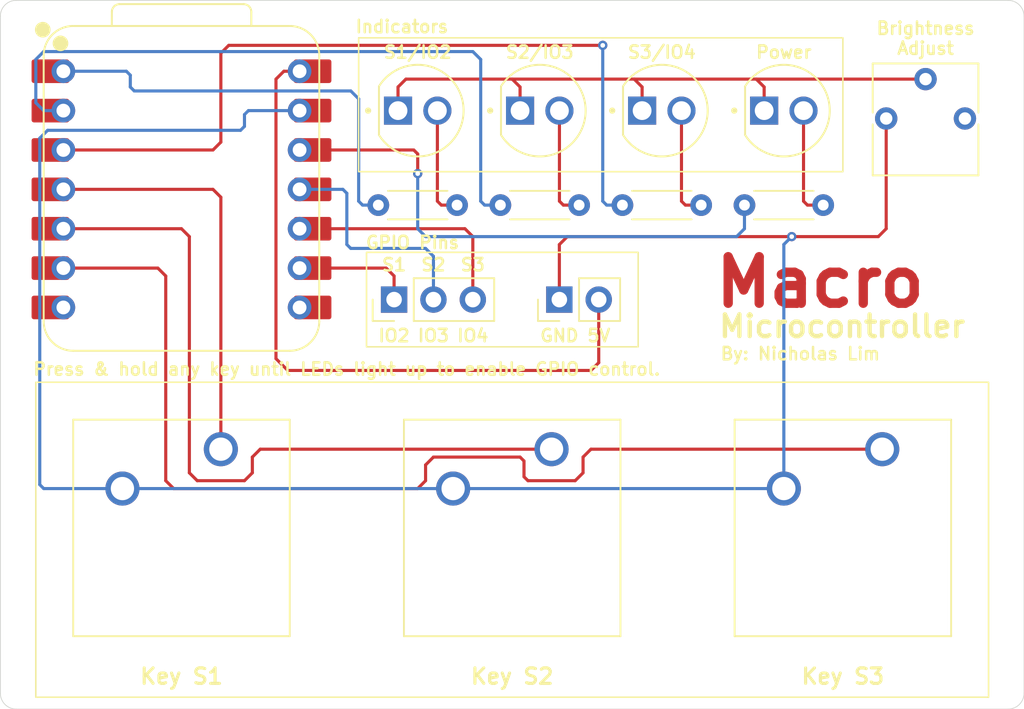
<source format=kicad_pcb>
(kicad_pcb (version 20241229) (generator "pcbnew") (generator_version "9.0")
  (layers (0 "F.Cu" signal) (2 "B.Cu" signal) (13 "F.Paste" user) (15 "B.Paste" user) (5 "F.SilkS" user "F.Silkscreen") (7 "B.SilkS" user "B.Silkscreen") (1 "F.Mask" user) (3 "B.Mask" user) (25 "Edge.Cuts" user))
  (net 0 "")
  (net 1 "GND")
  (net 2 "Net-(D1-PadA)")
  (net 3 "Net-(D2-PadA)")
  (net 4 "Net-(D3-PadA)")
  (net 5 "LED1")
  (net 6 "LED2")
  (net 7 "LED3")
  (net 8 "S1")
  (net 9 "S2")
  (net 10 "S3")
  (net 11 "+5V")
  (net 14 "Net-(D4-PadA)")
  (net 15 "IO3")
  (net 16 "IO4")
  (net 17 "IO2")
  (net 18 "Power")
  (net 19 "Adjusted GND")
  (footprint "footprints:LEDRD254W57D500H1070" (layer "F.Cu") (at 139.954 72.644)
    (property "Reference" "D2" (hide yes))
    (property "Value" "L08R5000Q1")
    (fp_line (start -2.5 -1.566) (end -2.5 1.566) (stroke (width 0.127)) (layer "F.SilkS"))
    (fp_arc (start -2.5 -1.566) (mid 2.961291 0) (end -2.5 1.566) (stroke (width 0.127)) (layer "F.SilkS"))
    (fp_circle (center -3.2 0) (end -3.1 0) (stroke (width 0.2)) (fill no) (layer "F.SilkS"))
    (pad "A" thru_hole circle (at 1.27 0) (size 1.815 1.815) (drill 1.21) (layers "*.Cu" "*.Mask") (net 3 "Net-(D2-PadA)"))
    (pad "C" thru_hole rect (at -1.27 0) (size 1.815 1.815) (drill 1.21) (layers "*.Cu" "*.Mask") (net 19 "Adjusted GND"))
  )
  (footprint "footprints:XIAO-RP2040-DIP" (layer "F.Cu") (at 116.84 77.724)
    (property "Reference" "U1" (hide yes))
    (property "Value" "XIAO-RP2040-DIP")
    (fp_line (start -8.89 8.509) (end -8.89 -8.636) (stroke (width 0.127)) (layer "F.SilkS"))
    (fp_line (start -6.985 10.414) (end 6.985 10.414) (stroke (width 0.127)) (layer "F.SilkS"))
    (fp_line (start -4.495 -10.541) (end -4.491272 -11.451272) (stroke (width 0.127)) (layer "F.SilkS"))
    (fp_line (start -3.991272 -11.951) (end 4.004 -11.951) (stroke (width 0.127)) (layer "F.SilkS"))
    (fp_line (start 4.504 -11.451) (end 4.504 -10.541) (stroke (width 0.127)) (layer "F.SilkS"))
    (fp_line (start 6.985 -10.541) (end -6.985 -10.541) (stroke (width 0.1)) (layer "F.SilkS"))
    (fp_line (start 6.985 -10.541) (end -6.985 -10.541) (stroke (width 0.127)) (layer "F.SilkS"))
    (fp_line (start 8.89 8.509) (end 8.89 -8.636) (stroke (width 0.127)) (layer "F.SilkS"))
    (fp_arc (start -8.89 -8.636) (mid -8.332038 -9.983038) (end -6.985 -10.541) (stroke (width 0.127)) (layer "F.SilkS"))
    (fp_arc (start -6.985 10.414) (mid -8.332038 9.856038) (end -8.89 8.509) (stroke (width 0.127)) (layer "F.SilkS"))
    (fp_arc (start -4.491272 -11.451272) (mid -4.344728 -11.80464) (end -3.991272 -11.951) (stroke (width 0.127)) (layer "F.SilkS"))
    (fp_arc (start 4.004 -11.951) (mid 4.357553 -11.804553) (end 4.504 -11.451) (stroke (width 0.127)) (layer "F.SilkS"))
    (fp_arc (start 6.985 -10.541) (mid 8.332038 -9.983038) (end 8.89 -8.636) (stroke (width 0.127)) (layer "F.SilkS"))
    (fp_arc (start 8.89 8.509) (mid 8.332038 9.856038) (end 6.985 10.414) (stroke (width 0.127)) (layer "F.SilkS"))
    (fp_circle (center -8.95 -10.3) (end -8.95 -10.554) (stroke (width 0.5)) (fill yes) (layer "F.SilkS"))
    (fp_circle (center -7.807 -9.42) (end -7.807 -9.674) (stroke (width 0.5)) (fill yes) (layer "F.SilkS"))
    (pad "1" smd roundrect (at -8.455 -7.62 180) (size 2.432 1.524) (layers "F.Cu" "F.Mask") (roundrect_rratio 0.1) (net 5 "LED1"))
    (pad "1" thru_hole circle (at -7.62 -7.62 180) (size 1.524 1.524) (drill 0.889) (layers "*.Cu" "*.Mask") (net 5 "LED1"))
    (pad "2" smd roundrect (at -8.455 -5.08 180) (size 2.432 1.524) (layers "F.Cu" "F.Mask") (roundrect_rratio 0.1) (net 6 "LED2"))
    (pad "2" thru_hole circle (at -7.62 -5.08 180) (size 1.524 1.524) (drill 0.889) (layers "*.Cu" "*.Mask") (net 6 "LED2"))
    (pad "3" smd roundrect (at -8.455 -2.54 180) (size 2.432 1.524) (layers "F.Cu" "F.Mask") (roundrect_rratio 0.1) (net 7 "LED3"))
    (pad "3" thru_hole circle (at -7.62 -2.54 180) (size 1.524 1.524) (drill 0.889) (layers "*.Cu" "*.Mask") (net 7 "LED3"))
    (pad "4" smd roundrect (at -8.455 0 180) (size 2.432 1.524) (layers "F.Cu" "F.Mask") (roundrect_rratio 0.1) (net 8 "S1"))
    (pad "4" thru_hole circle (at -7.62 0 180) (size 1.524 1.524) (drill 0.889) (layers "*.Cu" "*.Mask") (net 8 "S1"))
    (pad "5" smd roundrect (at -8.455 2.54 180) (size 2.432 1.524) (layers "F.Cu" "F.Mask") (roundrect_rratio 0.1) (net 9 "S2"))
    (pad "5" thru_hole circle (at -7.62 2.54 180) (size 1.524 1.524) (drill 0.889) (layers "*.Cu" "*.Mask") (net 9 "S2"))
    (pad "6" smd roundrect (at -8.455 5.08 180) (size 2.432 1.524) (layers "F.Cu" "F.Mask") (roundrect_rratio 0.1) (net 10 "S3"))
    (pad "6" thru_hole circle (at -7.62 5.08 180) (size 1.524 1.524) (drill 0.889) (layers "*.Cu" "*.Mask") (net 10 "S3"))
    (pad "7" smd roundrect (at -8.455 7.62 180) (size 2.432 1.524) (layers "F.Cu" "F.Mask") (roundrect_rratio 0.1))
    (pad "7" thru_hole circle (at -7.62 7.62 180) (size 1.524 1.524) (drill 0.889) (layers "*.Cu" "*.Mask"))
    (pad "8" thru_hole circle (at 7.62 7.62) (size 1.524 1.524) (drill 0.889) (layers "*.Cu" "*.Mask"))
    (pad "8" smd roundrect (at 8.455 7.62) (size 2.432 1.524) (layers "F.Cu" "F.Mask") (roundrect_rratio 0.1))
    (pad "9" thru_hole circle (at 7.62 5.08) (size 1.524 1.524) (drill 0.889) (layers "*.Cu" "*.Mask") (net 17 "IO2"))
    (pad "9" smd roundrect (at 8.455 5.08) (size 2.432 1.524) (layers "F.Cu" "F.Mask") (roundrect_rratio 0.1) (net 17 "IO2"))
    (pad "10" thru_hole circle (at 7.62 2.54) (size 1.524 1.524) (drill 0.889) (layers "*.Cu" "*.Mask") (net 16 "IO4"))
    (pad "10" smd roundrect (at 8.455 2.54) (size 2.432 1.524) (layers "F.Cu" "F.Mask") (roundrect_rratio 0.1) (net 16 "IO4"))
    (pad "11" thru_hole circle (at 7.62 0) (size 1.524 1.524) (drill 0.889) (layers "*.Cu" "*.Mask") (net 15 "IO3"))
    (pad "11" smd roundrect (at 8.455 0) (size 2.432 1.524) (layers "F.Cu" "F.Mask") (roundrect_rratio 0.1) (net 15 "IO3"))
    (pad "12" thru_hole circle (at 7.62 -2.54) (size 1.524 1.524) (drill 0.889) (layers "*.Cu" "*.Mask") (net 18 "Power"))
    (pad "12" smd roundrect (at 8.455 -2.54) (size 2.432 1.524) (layers "F.Cu" "F.Mask") (roundrect_rratio 0.1) (net 18 "Power"))
    (pad "13" thru_hole circle (at 7.62 -5.08) (size 1.524 1.524) (drill 0.889) (layers "*.Cu" "*.Mask") (net 1 "GND"))
    (pad "13" smd roundrect (at 8.455 -5.08) (size 2.432 1.524) (layers "F.Cu" "F.Mask") (roundrect_rratio 0.1) (net 1 "GND"))
    (pad "14" thru_hole circle (at 7.62 -7.62) (size 1.524 1.524) (drill 0.889) (layers "*.Cu" "*.Mask") (net 11 "+5V"))
    (pad "14" smd roundrect (at 8.455 -7.62) (size 2.432 1.524) (layers "F.Cu" "F.Mask") (roundrect_rratio 0.1) (net 11 "+5V"))
  )
  (footprint "Resistor_THT:R_Axial_DIN0204_L3.6mm_D1.6mm_P5.08mm_Horizontal" (layer "F.Cu") (at 137.414 78.74)
    (property "Reference" "R2" (hide yes))
    (property "Value" "R")
    (fp_line (start 0.62 -0.92) (end 4.46 -0.92) (stroke (width 0.12)) (layer "F.SilkS"))
    (fp_line (start 0.62 0.92) (end 4.46 0.92) (stroke (width 0.12)) (layer "F.SilkS"))
    (pad "1" thru_hole circle (at 0 0) (size 1.4 1.4) (drill 0.7) (layers "*.Cu" "*.Mask") (net 6 "LED2"))
    (pad "2" thru_hole circle (at 5.08 0) (size 1.4 1.4) (drill 0.7) (layers "*.Cu" "*.Mask") (net 3 "Net-(D2-PadA)"))
  )
  (footprint "Resistor_THT:R_Axial_DIN0204_L3.6mm_D1.6mm_P5.08mm_Horizontal" (layer "F.Cu") (at 145.288 78.74)
    (property "Reference" "R3" (hide yes))
    (property "Value" "R")
    (fp_line (start 0.62 -0.92) (end 4.46 -0.92) (stroke (width 0.12)) (layer "F.SilkS"))
    (fp_line (start 0.62 0.92) (end 4.46 0.92) (stroke (width 0.12)) (layer "F.SilkS"))
    (pad "1" thru_hole circle (at 0 0) (size 1.4 1.4) (drill 0.7) (layers "*.Cu" "*.Mask") (net 7 "LED3"))
    (pad "2" thru_hole circle (at 5.08 0) (size 1.4 1.4) (drill 0.7) (layers "*.Cu" "*.Mask") (net 4 "Net-(D3-PadA)"))
  )
  (footprint "Button_Switch_Keyboard:SW_Cherry_MX_1.00u_PCB" (layer "F.Cu") (at 162.052 94.488)
    (property "Reference" "SW3" (hide yes))
    (property "Value" "SW_Push")
    (fp_line (start -9.525 -1.905) (end 4.445 -1.905) (stroke (width 0.12)) (layer "F.SilkS"))
    (fp_line (start -9.525 12.065) (end -9.525 -1.905) (stroke (width 0.12)) (layer "F.SilkS"))
    (fp_line (start 4.445 -1.905) (end 4.445 12.065) (stroke (width 0.12)) (layer "F.SilkS"))
    (fp_line (start 4.445 12.065) (end -9.525 12.065) (stroke (width 0.12)) (layer "F.SilkS"))
    (pad "" np_thru_hole circle (at -7.62 5.08) (size 1.7 1.7) (drill 1.7) (layers "*.Cu" "*.Mask"))
    (pad "" np_thru_hole circle (at -2.54 5.08) (size 4 4) (drill 4) (layers "*.Cu" "*.Mask"))
    (pad "" np_thru_hole circle (at 2.54 5.08) (size 1.7 1.7) (drill 1.7) (layers "*.Cu" "*.Mask"))
    (pad "1" thru_hole circle (at 0 0) (size 2.2 2.2) (drill 1.5) (layers "*.Cu" "*.Mask") (net 10 "S3"))
    (pad "2" thru_hole circle (at -6.35 2.54) (size 2.2 2.2) (drill 1.5) (layers "*.Cu" "*.Mask") (net 1 "GND"))
  )
  (footprint "footprints:LEDRD254W57D500H1070" (layer "F.Cu") (at 147.828 72.644)
    (property "Reference" "D3" (hide yes))
    (property "Value" "L08R5000Q1")
    (fp_line (start -2.5 -1.566) (end -2.5 1.566) (stroke (width 0.127)) (layer "F.SilkS"))
    (fp_arc (start -2.5 -1.566) (mid 2.961291 0) (end -2.5 1.566) (stroke (width 0.127)) (layer "F.SilkS"))
    (fp_circle (center -3.2 0) (end -3.1 0) (stroke (width 0.2)) (fill no) (layer "F.SilkS"))
    (pad "A" thru_hole circle (at 1.27 0) (size 1.815 1.815) (drill 1.21) (layers "*.Cu" "*.Mask") (net 4 "Net-(D3-PadA)"))
    (pad "C" thru_hole rect (at -1.27 0) (size 1.815 1.815) (drill 1.21) (layers "*.Cu" "*.Mask") (net 19 "Adjusted GND"))
  )
  (footprint "Connector_PinHeader_2.54mm:PinHeader_1x02_P2.54mm_Vertical" (layer "F.Cu") (at 141.219 84.836 90)
    (property "Reference" "J2" (hide yes))
    (property "Value" "Conn_01x02_Pin")
    (fp_line (start -1.38 -1.38) (end 0 -1.38) (stroke (width 0.12)) (layer "F.SilkS"))
    (fp_line (start -1.38 0) (end -1.38 -1.38) (stroke (width 0.12)) (layer "F.SilkS"))
    (fp_line (start 1.38 1.27) (end 1.38 3.92) (stroke (width 0.12)) (layer "F.SilkS"))
    (fp_line (start -1.38 1.27) (end 1.38 1.27) (stroke (width 0.12)) (layer "F.SilkS"))
    (fp_line (start -1.38 1.27) (end -1.38 3.92) (stroke (width 0.12)) (layer "F.SilkS"))
    (fp_line (start -1.38 3.92) (end 1.38 3.92) (stroke (width 0.12)) (layer "F.SilkS"))
    (pad "1" thru_hole rect (at 0 0 90) (size 1.7 1.7) (drill 1) (layers "*.Cu" "*.Mask") (net 1 "GND"))
    (pad "2" thru_hole circle (at 0 2.54 90) (size 1.7 1.7) (drill 1) (layers "*.Cu" "*.Mask") (net 11 "+5V"))
  )
  (footprint "Connector_PinHeader_2.54mm:PinHeader_1x03_P2.54mm_Vertical" (layer "F.Cu") (at 130.556 84.836 90)
    (property "Reference" "J1" (hide yes))
    (property "Value" "Conn_01x03_Pin")
    (fp_line (start -1.38 -1.38) (end 0 -1.38) (stroke (width 0.12)) (layer "F.SilkS"))
    (fp_line (start -1.38 0) (end -1.38 -1.38) (stroke (width 0.12)) (layer "F.SilkS"))
    (fp_line (start 1.38 1.27) (end 1.38 6.46) (stroke (width 0.12)) (layer "F.SilkS"))
    (fp_line (start -1.38 1.27) (end 1.38 1.27) (stroke (width 0.12)) (layer "F.SilkS"))
    (fp_line (start -1.38 1.27) (end -1.38 6.46) (stroke (width 0.12)) (layer "F.SilkS"))
    (fp_line (start -1.38 6.46) (end 1.38 6.46) (stroke (width 0.12)) (layer "F.SilkS"))
    (pad "1" thru_hole rect (at 0 0 90) (size 1.7 1.7) (drill 1) (layers "*.Cu" "*.Mask") (net 17 "IO2"))
    (pad "2" thru_hole circle (at 0 2.54 90) (size 1.7 1.7) (drill 1) (layers "*.Cu" "*.Mask") (net 15 "IO3"))
    (pad "3" thru_hole circle (at 0 5.08 90) (size 1.7 1.7) (drill 1) (layers "*.Cu" "*.Mask") (net 16 "IO4"))
  )
  (footprint "Resistor_THT:R_Axial_DIN0204_L3.6mm_D1.6mm_P5.08mm_Horizontal" (layer "F.Cu") (at 153.162 78.74)
    (property "Reference" "R4" (hide yes))
    (property "Value" "R")
    (fp_line (start 0.62 -0.92) (end 4.46 -0.92) (stroke (width 0.12)) (layer "F.SilkS"))
    (fp_line (start 0.62 0.92) (end 4.46 0.92) (stroke (width 0.12)) (layer "F.SilkS"))
    (pad "1" thru_hole circle (at 0 0) (size 1.4 1.4) (drill 0.7) (layers "*.Cu" "*.Mask") (net 18 "Power"))
    (pad "2" thru_hole circle (at 5.08 0) (size 1.4 1.4) (drill 0.7) (layers "*.Cu" "*.Mask") (net 14 "Net-(D4-PadA)"))
  )
  (footprint "footprints:LEDRD254W57D500H1070" (layer "F.Cu") (at 132.08 72.644)
    (property "Reference" "D1" (hide yes))
    (property "Value" "L08R5000Q1")
    (fp_line (start -2.5 -1.566) (end -2.5 1.566) (stroke (width 0.127)) (layer "F.SilkS"))
    (fp_arc (start -2.5 -1.566) (mid 2.961291 0) (end -2.5 1.566) (stroke (width 0.127)) (layer "F.SilkS"))
    (fp_circle (center -3.2 0) (end -3.1 0) (stroke (width 0.2)) (fill no) (layer "F.SilkS"))
    (pad "A" thru_hole circle (at 1.27 0) (size 1.815 1.815) (drill 1.21) (layers "*.Cu" "*.Mask") (net 2 "Net-(D1-PadA)"))
    (pad "C" thru_hole rect (at -1.27 0) (size 1.815 1.815) (drill 1.21) (layers "*.Cu" "*.Mask") (net 19 "Adjusted GND"))
  )
  (footprint "footprints:LEDRD254W57D500H1070" (layer "F.Cu") (at 155.702 72.644)
    (property "Reference" "D4" (hide yes))
    (property "Value" "L08R5000Q1")
    (fp_line (start -2.5 -1.566) (end -2.5 1.566) (stroke (width 0.127)) (layer "F.SilkS"))
    (fp_arc (start -2.5 -1.566) (mid 2.961291 0) (end -2.5 1.566) (stroke (width 0.127)) (layer "F.SilkS"))
    (fp_circle (center -3.2 0) (end -3.1 0) (stroke (width 0.2)) (fill no) (layer "F.SilkS"))
    (pad "A" thru_hole circle (at 1.27 0) (size 1.815 1.815) (drill 1.21) (layers "*.Cu" "*.Mask") (net 14 "Net-(D4-PadA)"))
    (pad "C" thru_hole rect (at -1.27 0) (size 1.815 1.815) (drill 1.21) (layers "*.Cu" "*.Mask") (net 19 "Adjusted GND"))
  )
  (footprint "Resistor_THT:R_Axial_DIN0204_L3.6mm_D1.6mm_P5.08mm_Horizontal" (layer "F.Cu") (at 129.54 78.74)
    (property "Reference" "R1" (hide yes))
    (property "Value" "R")
    (fp_line (start 0.62 -0.92) (end 4.46 -0.92) (stroke (width 0.12)) (layer "F.SilkS"))
    (fp_line (start 0.62 0.92) (end 4.46 0.92) (stroke (width 0.12)) (layer "F.SilkS"))
    (pad "1" thru_hole circle (at 0 0) (size 1.4 1.4) (drill 0.7) (layers "*.Cu" "*.Mask") (net 5 "LED1"))
    (pad "2" thru_hole circle (at 5.08 0) (size 1.4 1.4) (drill 0.7) (layers "*.Cu" "*.Mask") (net 2 "Net-(D1-PadA)"))
  )
  (footprint "Button_Switch_Keyboard:SW_Cherry_MX_1.00u_PCB" (layer "F.Cu") (at 140.716 94.488)
    (property "Reference" "SW2" (hide yes))
    (property "Value" "SW_Push")
    (fp_line (start -9.525 -1.905) (end 4.445 -1.905) (stroke (width 0.12)) (layer "F.SilkS"))
    (fp_line (start -9.525 12.065) (end -9.525 -1.905) (stroke (width 0.12)) (layer "F.SilkS"))
    (fp_line (start 4.445 -1.905) (end 4.445 12.065) (stroke (width 0.12)) (layer "F.SilkS"))
    (fp_line (start 4.445 12.065) (end -9.525 12.065) (stroke (width 0.12)) (layer "F.SilkS"))
    (pad "" np_thru_hole circle (at -7.62 5.08) (size 1.7 1.7) (drill 1.7) (layers "*.Cu" "*.Mask"))
    (pad "" np_thru_hole circle (at -2.54 5.08) (size 4 4) (drill 4) (layers "*.Cu" "*.Mask"))
    (pad "" np_thru_hole circle (at 2.54 5.08) (size 1.7 1.7) (drill 1.7) (layers "*.Cu" "*.Mask"))
    (pad "1" thru_hole circle (at 0 0) (size 2.2 2.2) (drill 1.5) (layers "*.Cu" "*.Mask") (net 9 "S2"))
    (pad "2" thru_hole circle (at -6.35 2.54) (size 2.2 2.2) (drill 1.5) (layers "*.Cu" "*.Mask") (net 1 "GND"))
  )
  (footprint "Button_Switch_Keyboard:SW_Cherry_MX_1.00u_PCB" (layer "F.Cu") (at 119.38 94.488)
    (property "Reference" "SW1" (hide yes))
    (property "Value" "SW_Push")
    (fp_line (start -9.525 -1.905) (end 4.445 -1.905) (stroke (width 0.12)) (layer "F.SilkS"))
    (fp_line (start -9.525 12.065) (end -9.525 -1.905) (stroke (width 0.12)) (layer "F.SilkS"))
    (fp_line (start 4.445 -1.905) (end 4.445 12.065) (stroke (width 0.12)) (layer "F.SilkS"))
    (fp_line (start 4.445 12.065) (end -9.525 12.065) (stroke (width 0.12)) (layer "F.SilkS"))
    (pad "" np_thru_hole circle (at -7.62 5.08) (size 1.7 1.7) (drill 1.7) (layers "*.Cu" "*.Mask"))
    (pad "" np_thru_hole circle (at -2.54 5.08) (size 4 4) (drill 4) (layers "*.Cu" "*.Mask"))
    (pad "" np_thru_hole circle (at 2.54 5.08) (size 1.7 1.7) (drill 1.7) (layers "*.Cu" "*.Mask"))
    (pad "1" thru_hole circle (at 0 0) (size 2.2 2.2) (drill 1.5) (layers "*.Cu" "*.Mask") (net 8 "S1"))
    (pad "2" thru_hole circle (at -6.35 2.54) (size 2.2 2.2) (drill 1.5) (layers "*.Cu" "*.Mask") (net 1 "GND"))
  )
  (footprint "Potentiometer_THT:Potentiometer_Vishay_T73YP_Vertical" (layer "F.Cu") (at 167.386 73.152 90)
    (property "Reference" "RV1" (hide yes))
    (property "Value" "R_Potentiometer")
    (fp_line (start 3.55 -5.95) (end 3.55 0.87) (stroke (width 0.12)) (layer "F.SilkS"))
    (fp_line (start 0.382 -5.95) (end 3.55 -5.95) (stroke (width 0.12)) (layer "F.SilkS"))
    (fp_line (start -3.67 -5.95) (end -0.382 -5.95) (stroke (width 0.12)) (layer "F.SilkS"))
    (fp_line (start -3.67 -5.95) (end -3.67 0.87) (stroke (width 0.12)) (layer "F.SilkS"))
    (fp_line (start 0.382 0.87) (end 3.55 0.87) (stroke (width 0.12)) (layer "F.SilkS"))
    (fp_line (start -3.67 0.87) (end -0.382 0.87) (stroke (width 0.12)) (layer "F.SilkS"))
    (pad "1" thru_hole circle (at 0 0 90) (size 1.44 1.44) (drill 0.8) (layers "*.Cu" "*.Mask"))
    (pad "2" thru_hole circle (at 2.54 -2.54 90) (size 1.44 1.44) (drill 0.8) (layers "*.Cu" "*.Mask") (net 19 "Adjusted GND"))
    (pad "3" thru_hole circle (at 0 -5.08 90) (size 1.44 1.44) (drill 0.8) (layers "*.Cu" "*.Mask") (net 1 "GND"))
  )
  (gr_rect (start 107.442 90.17) (end 168.91 110.49) (stroke (width 0.1)) (fill no) (layer "F.SilkS"))
  (gr_rect (start 128.778 81.788) (end 146.304 87.884) (stroke (width 0.1)) (fill no) (layer "F.SilkS"))
  (gr_rect (start 128.27 67.945) (end 159.512 76.581) (stroke (width 0.1)) (fill no) (layer "F.SilkS"))
  (gr_arc (start 170.18 65.532) (mid 170.89842 65.82958) (end 171.196 66.548) (stroke (width 0.05)) (layer "Edge.Cuts"))
  (gr_arc (start 105.156 66.548) (mid 105.45358 65.82958) (end 106.172 65.532) (stroke (width 0.05)) (layer "Edge.Cuts"))
  (gr_line (start 106.172 111.252) (end 170.18 111.252) (stroke (width 0.05)) (layer "Edge.Cuts"))
  (gr_arc (start 106.172 111.252) (mid 105.45358 110.95442) (end 105.156 110.236) (stroke (width 0.05)) (layer "Edge.Cuts"))
  (gr_line (start 105.156 66.548) (end 105.156 110.236) (stroke (width 0.05)) (layer "Edge.Cuts"))
  (gr_line (start 171.196 110.236) (end 171.196 66.548) (stroke (width 0.05)) (layer "Edge.Cuts"))
  (gr_line (start 170.18 65.532) (end 106.172 65.532) (stroke (width 0.05)) (layer "Edge.Cuts"))
  (gr_arc (start 171.196 110.236) (mid 170.89842 110.95442) (end 170.18 111.252) (stroke (width 0.05)) (layer "Edge.Cuts"))
  (gr_text "Macro" (at 151.003 85.471 0) (layer "F.Cu") (effects (font (size 3 3) (thickness 0.6) (bold yes)) (justify left bottom)))
  (gr_text "S1/IO2" (at 132.08 69.342 0) (layer "F.SilkS") (effects (font (size 0.8 0.8) (thickness 0.16) (bold yes)) (justify bottom)))
  (gr_text "5V" (at 143.764 87.63 0) (layer "F.SilkS") (effects (font (size 0.8 0.8) (thickness 0.16) (bold yes)) (justify bottom)))
  (gr_text "Key S3" (at 159.512 109.728 0) (layer "F.SilkS") (effects (font (size 1 1) (thickness 0.2) (bold yes)) (justify bottom)))
  (gr_text "Indicators" (at 131.064 67.691 0) (layer "F.SilkS") (effects (font (size 0.8 0.8) (thickness 0.16) (bold yes)) (justify bottom)))
  (gr_text "S2" (at 133.096 83.058 0) (layer "F.SilkS") (effects (font (size 0.8 0.8) (thickness 0.16) (bold yes)) (justify bottom)))
  (gr_text "S1" (at 130.556 83.058 0) (layer "F.SilkS") (effects (font (size 0.8 0.8) (thickness 0.16) (bold yes)) (justify bottom)))
  (gr_text "Press & hold any key until LEDs light up to enable GPIO control." (at 107.188 89.789 0) (layer "F.SilkS") (effects (font (size 0.8 0.8) (thickness 0.16) (bold yes)) (justify left bottom)))
  (gr_text "Power" (at 155.702 69.342 0) (layer "F.SilkS") (effects (font (size 0.8 0.8) (thickness 0.16) (bold yes)) (justify bottom)))
  (gr_text "IO4" (at 135.636 87.63 0) (layer "F.SilkS") (effects (font (size 0.8 0.8) (thickness 0.16) (bold yes)) (justify bottom)))
  (gr_text "GPIO Pins" (at 128.651 81.153 0) (layer "F.SilkS") (effects (font (size 0.8 0.8) (thickness 0.16) (bold yes)) (justify left)))
  (gr_text "By: Nicholas Lim" (at 151.5364 88.7984 0) (layer "F.SilkS") (effects (font (size 0.8 0.8) (thickness 0.16) (bold yes)) (justify left bottom)))
  (gr_text "IO2\n" (at 130.556 87.63 0) (layer "F.SilkS") (effects (font (size 0.8 0.8) (thickness 0.16) (bold yes)) (justify bottom)))
  (gr_text "Microcontroller" (at 151.384 87.376 0) (layer "F.SilkS") (effects (font (size 1.4 1.4) (thickness 0.28) (bold yes)) (justify left bottom)))
  (gr_text "Key S1" (at 116.84 109.728 0) (layer "F.SilkS") (effects (font (size 1 1) (thickness 0.2) (bold yes)) (justify bottom)))
  (gr_text "GND" (at 141.219 87.63 0) (layer "F.SilkS") (effects (font (size 0.8 0.8) (thickness 0.16) (bold yes)) (justify bottom)))
  (gr_text "S2/IO3" (at 139.954 69.342 0) (layer "F.SilkS") (effects (font (size 0.8 0.8) (thickness 0.16) (bold yes)) (justify bottom)))
  (gr_text "IO3" (at 133.096 87.63 0) (layer "F.SilkS") (effects (font (size 0.8 0.8) (thickness 0.16) (bold yes)) (justify bottom)))
  (gr_text "Key S2" (at 138.176 109.728 0) (layer "F.SilkS") (effects (font (size 1 1) (thickness 0.2) (bold yes)) (justify bottom)))
  (gr_text "S3\n" (at 135.636 83.058 0) (layer "F.SilkS") (effects (font (size 0.8 0.8) (thickness 0.16) (bold yes)) (justify bottom)))
  (gr_text "Brightness\nAdjust" (at 164.846 69.088 0) (layer "F.SilkS") (effects (font (size 0.8 0.8) (thickness 0.16) (bold yes)) (justify bottom)))
  (gr_text "S3/IO4" (at 147.828 69.342 0) (layer "F.SilkS") (effects (font (size 0.8 0.8) (thickness 0.16) (bold yes)) (justify bottom)))
  (segment (start 161.798 80.772) (end 156.21 80.772) (width 0.2) (layer "F.Cu") (net 1))
  (segment (start 162.306 80.264) (end 161.798 80.772) (width 0.2) (layer "F.Cu") (net 1))
  (segment (start 156.21 80.772) (end 141.732 80.772) (width 0.2) (layer "F.Cu") (net 1))
  (segment (start 141.219 81.285) (end 141.732 80.772) (width 0.2) (layer "F.Cu") (net 1))
  (segment (start 162.306 73.152) (end 162.306 80.264) (width 0.2) (layer "F.Cu") (net 1))
  (segment (start 141.219 84.836) (end 141.219 81.285) (width 0.2) (layer "F.Cu") (net 1))
  (via (at 156.21 80.772) (size 0.6) (drill 0.3) (layers "F.Cu" "B.Cu") (net 1))
  (segment (start 120.904 73.66) (end 120.65 73.914) (width 0.2) (layer "B.Cu") (net 1))
  (segment (start 107.696 96.774) (end 107.95 97.028) (width 0.2) (layer "B.Cu") (net 1))
  (segment (start 107.696 74.422) (end 107.696 96.774) (width 0.2) (layer "B.Cu") (net 1))
  (segment (start 120.65 73.914) (end 108.204 73.914) (width 0.2) (layer "B.Cu") (net 1))
  (segment (start 121.158 72.644) (end 120.904 72.898) (width 0.2) (layer "B.Cu") (net 1))
  (segment (start 155.702 97.028) (end 155.702 81.28) (width 0.2) (layer "B.Cu") (net 1))
  (segment (start 108.204 73.914) (end 107.696 74.422) (width 0.2) (layer "B.Cu") (net 1))
  (segment (start 134.366 97.028) (end 113.03 97.028) (width 0.2) (layer "B.Cu") (net 1))
  (segment (start 155.702 81.28) (end 156.21 80.772) (width 0.2) (layer "B.Cu") (net 1))
  (segment (start 120.904 72.898) (end 120.904 73.66) (width 0.2) (layer "B.Cu") (net 1))
  (segment (start 155.702 97.028) (end 134.366 97.028) (width 0.2) (layer "B.Cu") (net 1))
  (segment (start 107.95 97.028) (end 113.03 97.028) (width 0.2) (layer "B.Cu") (net 1))
  (segment (start 124.46 72.644) (end 121.158 72.644) (width 0.2) (layer "B.Cu") (net 1))
  (segment (start 133.35 78.486) (end 133.604 78.74) (width 0.2) (layer "F.Cu") (net 2))
  (segment (start 133.604 78.74) (end 134.62 78.74) (width 0.2) (layer "F.Cu") (net 2))
  (segment (start 133.35 72.644) (end 133.35 78.486) (width 0.2) (layer "F.Cu") (net 2))
  (segment (start 141.478 78.74) (end 142.494 78.74) (width 0.2) (layer "F.Cu") (net 3))
  (segment (start 141.224 72.644) (end 141.224 78.486) (width 0.2) (layer "F.Cu") (net 3))
  (segment (start 141.224 78.486) (end 141.478 78.74) (width 0.2) (layer "F.Cu") (net 3))
  (segment (start 149.098 72.644) (end 149.098 78.486) (width 0.2) (layer "F.Cu") (net 4))
  (segment (start 149.098 78.486) (end 149.352 78.74) (width 0.2) (layer "F.Cu") (net 4))
  (segment (start 149.352 78.74) (end 150.368 78.74) (width 0.2) (layer "F.Cu") (net 4))
  (segment (start 127.762 71.374) (end 113.792 71.374) (width 0.2) (layer "B.Cu") (net 5))
  (segment (start 128.524 78.74) (end 128.27 78.486) (width 0.2) (layer "B.Cu") (net 5))
  (segment (start 113.792 71.374) (end 113.538 71.12) (width 0.2) (layer "B.Cu") (net 5))
  (segment (start 129.54 78.74) (end 128.524 78.74) (width 0.2) (layer "B.Cu") (net 5))
  (segment (start 113.538 70.358) (end 113.284 70.104) (width 0.2) (layer "B.Cu") (net 5))
  (segment (start 113.284 70.104) (end 109.22 70.104) (width 0.2) (layer "B.Cu") (net 5))
  (segment (start 113.538 71.12) (end 113.538 70.358) (width 0.2) (layer "B.Cu") (net 5))
  (segment (start 128.27 78.486) (end 128.27 71.882) (width 0.2) (layer "B.Cu") (net 5))
  (segment (start 128.27 71.882) (end 127.762 71.374) (width 0.2) (layer "B.Cu") (net 5))
  (segment (start 137.414 78.74) (end 136.398 78.74) (width 0.2) (layer "B.Cu") (net 6))
  (segment (start 107.442 69.342) (end 107.95 68.834) (width 0.2) (layer "B.Cu") (net 6))
  (segment (start 107.442 72.136) (end 107.442 69.342) (width 0.2) (layer "B.Cu") (net 6))
  (segment (start 136.144 69.342) (end 135.636 68.834) (width 0.2) (layer "B.Cu") (net 6))
  (segment (start 136.144 78.486) (end 136.144 69.342) (width 0.2) (layer "B.Cu") (net 6))
  (segment (start 107.95 68.834) (end 135.636 68.834) (width 0.2) (layer "B.Cu") (net 6))
  (segment (start 107.95 72.644) (end 107.442 72.136) (width 0.2) (layer "B.Cu") (net 6))
  (segment (start 136.398 78.74) (end 136.144 78.486) (width 0.2) (layer "B.Cu") (net 6))
  (segment (start 109.22 72.644) (end 107.95 72.644) (width 0.2) (layer "B.Cu") (net 6))
  (segment (start 109.22 75.184) (end 118.872 75.184) (width 0.2) (layer "F.Cu") (net 7))
  (segment (start 119.38 74.676) (end 119.38 68.941) (width 0.2) (layer "F.Cu") (net 7))
  (segment (start 119.38 68.941) (end 119.888 68.433) (width 0.2) (layer "F.Cu") (net 7))
  (segment (start 118.872 75.184) (end 119.38 74.676) (width 0.2) (layer "F.Cu") (net 7))
  (segment (start 144.018 68.433) (end 119.888 68.433) (width 0.2) (layer "F.Cu") (net 7))
  (via (at 144.018 68.433) (size 0.6) (drill 0.3) (layers "F.Cu" "B.Cu") (net 7))
  (segment (start 144.018 68.433) (end 144.018 78.486) (width 0.2) (layer "B.Cu") (net 7))
  (segment (start 144.018 78.486) (end 144.272 78.74) (width 0.2) (layer "B.Cu") (net 7))
  (segment (start 144.272 78.74) (end 145.288 78.74) (width 0.2) (layer "B.Cu") (net 7))
  (segment (start 118.872 77.724) (end 109.22 77.724) (width 0.2) (layer "F.Cu") (net 8))
  (segment (start 119.38 94.488) (end 119.38 78.232) (width 0.2) (layer "F.Cu") (net 8))
  (segment (start 119.38 78.232) (end 118.872 77.724) (width 0.2) (layer "F.Cu") (net 8))
  (segment (start 117.348 96.012) (end 117.348 80.772) (width 0.2) (layer "F.Cu") (net 9))
  (segment (start 140.716 94.488) (end 121.92 94.488) (width 0.2) (layer "F.Cu") (net 9))
  (segment (start 121.92 94.488) (end 121.412 94.996) (width 0.2) (layer "F.Cu") (net 9))
  (segment (start 116.84 80.264) (end 109.22 80.264) (width 0.2) (layer "F.Cu") (net 9))
  (segment (start 120.904 96.52) (end 117.856 96.52) (width 0.2) (layer "F.Cu") (net 9))
  (segment (start 121.412 96.012) (end 120.904 96.52) (width 0.2) (layer "F.Cu") (net 9))
  (segment (start 117.856 96.52) (end 117.348 96.012) (width 0.2) (layer "F.Cu") (net 9))
  (segment (start 117.348 80.772) (end 116.84 80.264) (width 0.2) (layer "F.Cu") (net 9))
  (segment (start 121.412 94.996) (end 121.412 96.012) (width 0.2) (layer "F.Cu") (net 9))
  (segment (start 115.824 96.52) (end 115.824 83.312) (width 0.2) (layer "F.Cu") (net 10))
  (segment (start 133.096 94.996) (end 138.684 94.996) (width 0.2) (layer "F.Cu") (net 10))
  (segment (start 138.684 94.996) (end 138.938 95.25) (width 0.2) (layer "F.Cu") (net 10))
  (segment (start 138.938 95.25) (end 138.938 96.266) (width 0.2) (layer "F.Cu") (net 10))
  (segment (start 116.332 97.028) (end 132.08 97.028) (width 0.2) (layer "F.Cu") (net 10))
  (segment (start 132.588 96.52) (end 132.588 95.504) (width 0.2) (layer "F.Cu") (net 10))
  (segment (start 138.938 96.266) (end 139.192 96.52) (width 0.2) (layer "F.Cu") (net 10))
  (segment (start 132.08 97.028) (end 132.588 96.52) (width 0.2) (layer "F.Cu") (net 10))
  (segment (start 132.588 95.504) (end 133.096 94.996) (width 0.2) (layer "F.Cu") (net 10))
  (segment (start 115.824 96.52) (end 116.332 97.028) (width 0.2) (layer "F.Cu") (net 10))
  (segment (start 115.824 83.312) (end 115.316 82.804) (width 0.2) (layer "F.Cu") (net 10))
  (segment (start 142.748 94.996) (end 143.256 94.488) (width 0.2) (layer "F.Cu") (net 10))
  (segment (start 142.748 96.012) (end 142.748 94.996) (width 0.2) (layer "F.Cu") (net 10))
  (segment (start 115.316 82.804) (end 109.22 82.804) (width 0.2) (layer "F.Cu") (net 10))
  (segment (start 142.24 96.52) (end 142.748 96.012) (width 0.2) (layer "F.Cu") (net 10))
  (segment (start 139.192 96.52) (end 142.24 96.52) (width 0.2) (layer "F.Cu") (net 10))
  (segment (start 143.256 94.488) (end 162.052 94.488) (width 0.2) (layer "F.Cu") (net 10))
  (segment (start 143.759 88.905) (end 143.256 89.408) (width 0.2) (layer "F.Cu") (net 11))
  (segment (start 143.759 84.836) (end 143.759 88.905) (width 0.2) (layer "F.Cu") (net 11))
  (segment (start 123.444 70.104) (end 125.295 70.104) (width 0.2) (layer "F.Cu") (net 11))
  (segment (start 122.936 88.646) (end 122.936 70.612) (width 0.2) (layer "F.Cu") (net 11))
  (segment (start 123.698 89.408) (end 122.936 88.646) (width 0.2) (layer "F.Cu") (net 11))
  (segment (start 143.256 89.408) (end 123.698 89.408) (width 0.2) (layer "F.Cu") (net 11))
  (segment (start 122.936 70.612) (end 123.444 70.104) (width 0.2) (layer "F.Cu") (net 11))
  (segment (start 156.972 72.644) (end 156.972 78.486) (width 0.2) (layer "F.Cu") (net 14))
  (segment (start 156.972 78.486) (end 157.226 78.74) (width 0.2) (layer "F.Cu") (net 14))
  (segment (start 157.226 78.74) (end 158.242 78.74) (width 0.2) (layer "F.Cu") (net 14))
  (segment (start 133.096 82.042) (end 132.588 81.534) (width 0.2) (layer "B.Cu") (net 15))
  (segment (start 127.254 77.724) (end 127.508 77.978) (width 0.2) (layer "B.Cu") (net 15))
  (segment (start 127.508 77.978) (end 127.508 81.28) (width 0.2) (layer "B.Cu") (net 15))
  (segment (start 133.096 84.836) (end 133.096 82.042) (width 0.2) (layer "B.Cu") (net 15))
  (segment (start 127.508 81.28) (end 127.762 81.534) (width 0.2) (layer "B.Cu") (net 15))
  (segment (start 124.46 77.724) (end 127.254 77.724) (width 0.2) (layer "B.Cu") (net 15))
  (segment (start 127.762 81.534) (end 132.588 81.534) (width 0.2) (layer "B.Cu") (net 15))
  (segment (start 135.636 84.836) (end 135.636 80.772) (width 0.2) (layer "F.Cu") (net 16))
  (segment (start 124.46 80.264) (end 135.128 80.264) (width 0.2) (layer "F.Cu") (net 16))
  (segment (start 135.636 80.772) (end 135.128 80.264) (width 0.2) (layer "F.Cu") (net 16))
  (segment (start 130.556 83.312) (end 130.048 82.804) (width 0.2) (layer "F.Cu") (net 17))
  (segment (start 130.048 82.804) (end 125.295 82.804) (width 0.2) (layer "F.Cu") (net 17))
  (segment (start 130.556 84.836) (end 130.556 83.312) (width 0.2) (layer "F.Cu") (net 17))
  (segment (start 131.826 75.184) (end 132.08 75.438) (width 0.2) (layer "F.Cu") (net 18))
  (segment (start 125.295 75.184) (end 131.826 75.184) (width 0.2) (layer "F.Cu") (net 18))
  (segment (start 132.08 75.438) (end 132.08 76.708) (width 0.2) (layer "F.Cu") (net 18))
  (via (at 132.08 76.708) (size 0.6) (drill 0.3) (layers "F.Cu" "B.Cu") (net 18))
  (segment (start 132.08 76.708) (end 132.08 80.264) (width 0.2) (layer "B.Cu") (net 18))
  (segment (start 153.162 80.264) (end 153.162 78.74) (width 0.2) (layer "B.Cu") (net 18))
  (segment (start 132.08 80.264) (end 132.588 80.772) (width 0.2) (layer "B.Cu") (net 18))
  (segment (start 152.654 80.772) (end 153.162 80.264) (width 0.2) (layer "B.Cu") (net 18))
  (segment (start 132.588 80.772) (end 152.654 80.772) (width 0.2) (layer "B.Cu") (net 18))
  (segment (start 146.05 70.612) (end 146.558 71.12) (width 0.2) (layer "F.Cu") (net 19))
  (segment (start 131.318 70.612) (end 130.81 71.12) (width 0.2) (layer "F.Cu") (net 19))
  (segment (start 138.684 71.12) (end 138.176 70.612) (width 0.2) (layer "F.Cu") (net 19))
  (segment (start 153.924 70.612) (end 154.432 71.12) (width 0.2) (layer "F.Cu") (net 19))
  (segment (start 130.81 71.12) (end 130.81 72.644) (width 0.2) (layer "F.Cu") (net 19))
  (segment (start 138.176 70.612) (end 146.05 70.612) (width 0.2) (layer "F.Cu") (net 19))
  (segment (start 164.846 70.612) (end 153.924 70.612) (width 0.2) (layer "F.Cu") (net 19))
  (segment (start 138.176 70.612) (end 131.318 70.612) (width 0.2) (layer "F.Cu") (net 19))
  (segment (start 146.558 71.12) (end 146.558 72.644) (width 0.2) (layer "F.Cu") (net 19))
  (segment (start 154.432 71.12) (end 154.432 72.644) (width 0.2) (layer "F.Cu") (net 19))
  (segment (start 146.05 70.612) (end 153.924 70.612) (width 0.2) (layer "F.Cu") (net 19))
  (segment (start 138.684 72.644) (end 138.684 71.12) (width 0.2) (layer "F.Cu") (net 19))
)
</source>
